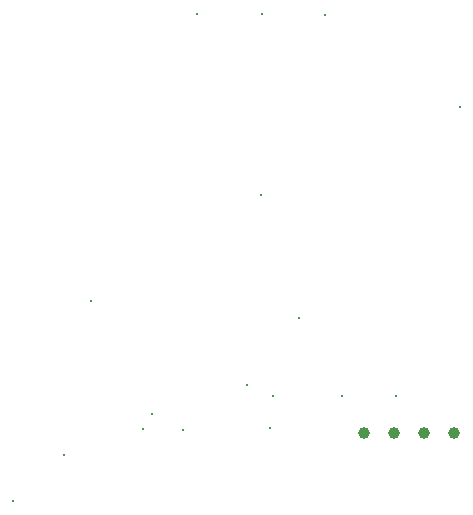
<source format=gbr>
%TF.GenerationSoftware,KiCad,Pcbnew,9.0.7*%
%TF.CreationDate,2026-02-11T21:28:46+01:00*%
%TF.ProjectId,ECG_Business_Card_v3,4543475f-4275-4736-996e-6573735f4361,rev?*%
%TF.SameCoordinates,Original*%
%TF.FileFunction,Plated,1,2,PTH,Drill*%
%TF.FilePolarity,Positive*%
%FSLAX46Y46*%
G04 Gerber Fmt 4.6, Leading zero omitted, Abs format (unit mm)*
G04 Created by KiCad (PCBNEW 9.0.7) date 2026-02-11 21:28:46*
%MOMM*%
%LPD*%
G01*
G04 APERTURE LIST*
%TA.AperFunction,ViaDrill*%
%ADD10C,0.150000*%
%TD*%
%TA.AperFunction,ViaDrill*%
%ADD11C,0.300000*%
%TD*%
%TA.AperFunction,ComponentDrill*%
%ADD12C,1.000000*%
%TD*%
G04 APERTURE END LIST*
D10*
X128230000Y-104470000D03*
X129830000Y-104470000D03*
X132230000Y-99045000D03*
X133010000Y-97210000D03*
X134210000Y-102100000D03*
X134720000Y-96570000D03*
X134865000Y-103205000D03*
X135390000Y-98905000D03*
X135390000Y-99305000D03*
X135790000Y-98905000D03*
X136065000Y-96910000D03*
X136590797Y-99304684D03*
X138460000Y-98420000D03*
X143150000Y-98270000D03*
D11*
X117970000Y-109920000D03*
X122270000Y-106000000D03*
X124587500Y-92957500D03*
X128990000Y-103800000D03*
X129700000Y-102550000D03*
X132380000Y-103880000D03*
X133560000Y-68710000D03*
X137800000Y-100090000D03*
X139000010Y-84000000D03*
X139009999Y-68730000D03*
X139700000Y-103730000D03*
X139955000Y-101032500D03*
X142215000Y-94470000D03*
X144370000Y-68740000D03*
X145780000Y-101032500D03*
X150410000Y-101050000D03*
X155820000Y-76530000D03*
D12*
%TO.C,J3*%
X147690000Y-104200000D03*
X150230000Y-104200000D03*
X152770000Y-104200000D03*
X155310000Y-104200000D03*
M02*

</source>
